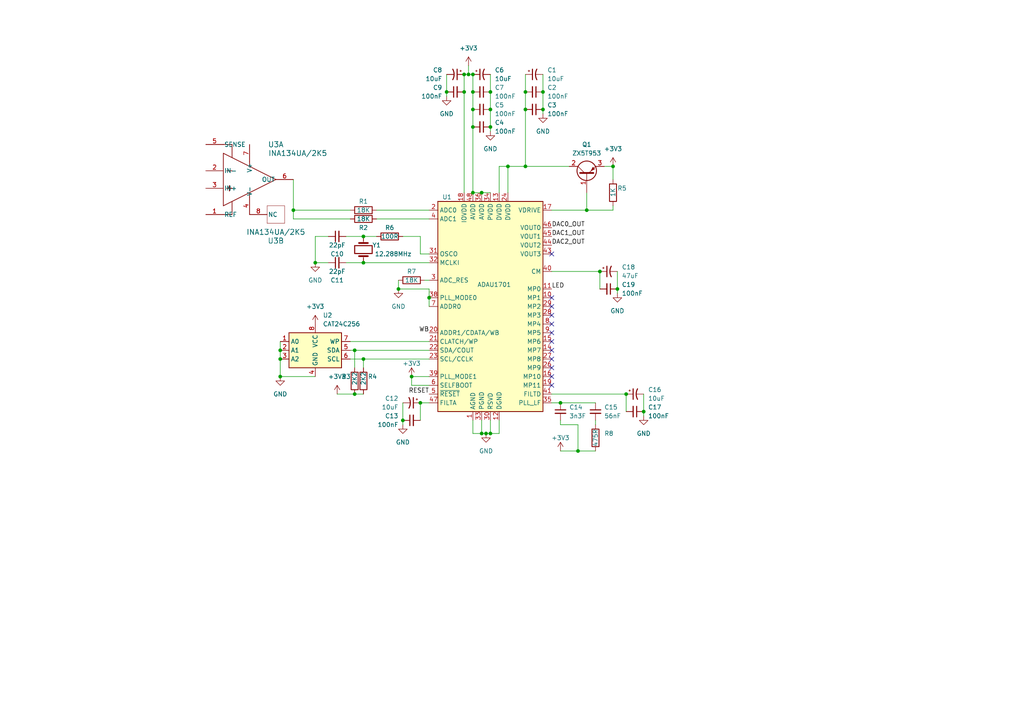
<source format=kicad_sch>
(kicad_sch (version 20230121) (generator eeschema)
  (paper "A4")
  (lib_symbols
    (symbol "DSP_AnalogDevices:ADAU1701"
      (property "Reference" "U1" (at -13.97 31.75 0))
      (property "Value" "ADAU1701" (at -3.81 6.35 0))
      (symbol "ADAU1701_0_1"
        (rectangle (start -15.24 30.48) (end 15.24 -30.48) (stroke (width 0.254)) (fill (type background)))
      )
      (symbol "ADAU1701_1_1"
        (pin power_in line (at -5.08 -33.02 90) (length 2.54) (name "AGND") (number "1"))
        (pin bidirectional line (at 17.78 2.54 180) (length 2.54) (name "MP1") (number "10"))
        (pin bidirectional line (at 17.78 5.08 180) (length 2.54) (name "MP0") (number "11"))
        (pin power_in line (at 2.54 -33.02 90) (length 2.54) (name "DGND") (number "12"))
        (pin power_in line (at 2.54 33.02 270) (length 2.54) (name "DVDD") (number "13"))
        (pin bidirectional line (at 17.78 -12.7 180) (length 2.54) (name "MP7") (number "14"))
        (pin bidirectional line (at 17.78 -10.16 180) (length 2.54) (name "MP6") (number "15"))
        (pin bidirectional line (at 17.78 -20.32 180) (length 2.54) (name "MP10") (number "16"))
        (pin output line (at 17.78 27.94 180) (length 2.54) (name "VDRIVE") (number "17"))
        (pin power_in line (at -7.62 33.02 270) (length 2.54) (name "IOVDD") (number "18"))
        (pin bidirectional line (at 17.78 -22.86 180) (length 2.54) (name "MP11") (number "19"))
        (pin input line (at -17.78 27.94 0) (length 2.54) (name "ADC0") (number "2"))
        (pin input line (at -17.78 -7.62 0) (length 2.54) (name "ADDR1/CDATA/WB") (number "20"))
        (pin bidirectional line (at -17.78 -10.16 0) (length 2.54) (name "CLATCH/WP") (number "21"))
        (pin bidirectional line (at -17.78 -12.7 0) (length 2.54) (name "SDA/COUT") (number "22"))
        (pin bidirectional line (at -17.78 -15.24 0) (length 2.54) (name "SCL/CCLK") (number "23"))
        (pin passive line (at 2.54 33.02 270) (length 2.54) hide (name "DVDD") (number "24"))
        (pin power_in line (at 5.08 33.02 270) (length 2.54) (name "DVDD") (number "24"))
        (pin passive line (at 2.54 -33.02 90) (length 2.54) hide (name "DGND") (number "25"))
        (pin bidirectional line (at 17.78 -17.78 180) (length 2.54) (name "MP9") (number "26"))
        (pin bidirectional line (at 17.78 -15.24 180) (length 2.54) (name "MP8") (number "27"))
        (pin bidirectional line (at 17.78 -2.54 180) (length 2.54) (name "MP3") (number "28"))
        (pin bidirectional line (at 17.78 0 180) (length 2.54) (name "MP2") (number "29"))
        (pin passive line (at -17.78 7.62 0) (length 2.54) (name "ADC_RES") (number "3"))
        (pin passive line (at 0 -33.02 90) (length 2.54) (name "RSVD") (number "30"))
        (pin passive line (at -17.78 15.24 0) (length 2.54) (name "OSCO") (number "31"))
        (pin passive line (at -17.78 12.7 0) (length 2.54) (name "MCLKI") (number "32"))
        (pin power_in line (at -2.54 -33.02 90) (length 2.54) (name "PGND") (number "33"))
        (pin power_in line (at 0 33.02 270) (length 2.54) (name "PVDD") (number "34"))
        (pin passive line (at 17.78 -27.94 180) (length 2.54) (name "PLL_LF") (number "35"))
        (pin power_in line (at -2.54 33.02 270) (length 2.54) (name "AVDD") (number "36"))
        (pin passive line (at -5.08 -33.02 90) (length 2.54) hide (name "AGND") (number "37"))
        (pin input line (at -17.78 2.54 0) (length 2.54) (name "PLL_MODE0") (number "38"))
        (pin input line (at -17.78 -20.32 0) (length 2.54) (name "PLL_MODE1") (number "39"))
        (pin input line (at -17.78 25.4 0) (length 2.54) (name "ADC1") (number "4"))
        (pin output line (at 17.78 10.16 180) (length 2.54) (name "CM") (number "40"))
        (pin output line (at 17.78 -25.4 180) (length 2.54) (name "FILTD") (number "41"))
        (pin passive line (at -5.08 -33.02 90) (length 2.54) hide (name "AGND") (number "42"))
        (pin output line (at 17.78 15.24 180) (length 2.54) (name "VOUT3") (number "43"))
        (pin output line (at 17.78 17.78 180) (length 2.54) (name "VOUT2") (number "44"))
        (pin output line (at 17.78 20.32 180) (length 2.54) (name "VOUT1") (number "45"))
        (pin output line (at 17.78 22.86 180) (length 2.54) (name "VOUT0") (number "46"))
        (pin output line (at -17.78 -27.94 0) (length 2.54) (name "FILTA") (number "47"))
        (pin power_in line (at -5.08 33.02 270) (length 2.54) (name "AVDD") (number "48"))
        (pin passive line (at -2.54 33.02 270) (length 2.54) hide (name "AVDD") (number "48"))
        (pin input line (at -17.78 -25.4 0) (length 2.54) (name "~{RESET}") (number "5"))
        (pin input line (at -17.78 -22.86 0) (length 2.54) (name "SELFBOOT") (number "6"))
        (pin input line (at -17.78 0 0) (length 2.54) (name "ADDR0") (number "7"))
        (pin bidirectional line (at 17.78 -5.08 180) (length 2.54) (name "MP4") (number "8"))
        (pin bidirectional line (at 17.78 -7.62 180) (length 2.54) (name "MP5") (number "9"))
      )
    )
    (symbol "Device:C_Polarized_Small_US" (pin_numbers hide) (pin_names (offset 0.254) hide)
      (property "Reference" "C" (at 0.254 1.778 0))
      (property "Value" "C_Polarized_Small_US" (at 0.254 -2.032 0))
      (symbol "C_Polarized_Small_US_0_1"
        (polyline (pts (xy -1.524 0.508) (xy 1.524 0.508)) (stroke (width 0.3048)))
        (polyline (pts (xy -1.27 1.524) (xy -0.762 1.524)))
        (polyline (pts (xy -1.016 1.27) (xy -1.016 1.778)))
        (arc (start 1.524 -0.762) (mid 0 -0.3734) (end -1.524 -0.762) (stroke (width 0.3048)))
      )
      (symbol "C_Polarized_Small_US_1_1"
        (pin passive line (at 0 2.54 270) (length 2.032) (name "~") (number "1"))
        (pin passive line (at 0 -2.54 90) (length 2.032) (name "~") (number "2"))
      )
    )
    (symbol "Device:C_Small" (pin_numbers hide) (pin_names (offset 0.254) hide)
      (property "Reference" "C" (at 0.254 1.778 0))
      (property "Value" "C_Small" (at 0.254 -2.032 0))
      (symbol "C_Small_0_1"
        (polyline (pts (xy -1.524 -0.508) (xy 1.524 -0.508)) (stroke (width 0.3302)))
        (polyline (pts (xy -1.524 0.508) (xy 1.524 0.508)) (stroke (width 0.3048)))
      )
      (symbol "C_Small_1_1"
        (pin passive line (at 0 2.54 270) (length 2.032) (name "~") (number "1"))
        (pin passive line (at 0 -2.54 90) (length 2.032) (name "~") (number "2"))
      )
    )
    (symbol "Device:Crystal" (pin_numbers hide) (pin_names (offset 1.016) hide)
      (property "Reference" "Y" (at 0 3.81 0))
      (property "Value" "Crystal" (at 0 -3.81 0))
      (symbol "Crystal_0_1"
        (rectangle (start -1.143 2.54) (end 1.143 -2.54) (stroke (width 0.3048)))
        (polyline (pts (xy -2.54 0) (xy -1.905 0)))
        (polyline (pts (xy -1.905 -1.27) (xy -1.905 1.27)) (stroke (width 0.508)))
        (polyline (pts (xy 1.905 -1.27) (xy 1.905 1.27)) (stroke (width 0.508)))
        (polyline (pts (xy 2.54 0) (xy 1.905 0)))
      )
      (symbol "Crystal_1_1"
        (pin passive line (at -3.81 0 0) (length 1.27) (name "1") (number "1"))
        (pin passive line (at 3.81 0 180) (length 1.27) (name "2") (number "2"))
      )
    )
    (symbol "Device:R" (pin_numbers hide) (pin_names (offset 0))
      (property "Reference" "R" (at 2.032 0 90))
      (property "Value" "R" (at 0 0 90))
      (symbol "R_0_1"
        (rectangle (start -1.016 -2.54) (end 1.016 2.54) (stroke (width 0.254)))
      )
      (symbol "R_1_1"
        (pin passive line (at 0 3.81 270) (length 1.27) (name "~") (number "1"))
        (pin passive line (at 0 -3.81 90) (length 1.27) (name "~") (number "2"))
      )
    )
    (symbol "INA:INA134UA_2K5" (pin_names (offset 0.254))
      (property "Reference" "U" (at 0 2.54 0))
      (property "Value" "INA134UA/2K5" (at 0 0 0))
      (symbol "INA134UA_2K5_1_1"
        (polyline (pts (xy -5.08 -7.62) (xy -5.08 7.62)) (stroke (width 0.2032)))
        (polyline (pts (xy -5.08 7.62) (xy 10.16 0)) (stroke (width 0.2032)))
        (polyline (pts (xy -4.064 -2.54) (xy -2.54 -2.54)) (stroke (width 0.2032)))
        (polyline (pts (xy -4.064 -2.54) (xy -2.54 -2.54)) (stroke (width 0.2032)))
        (polyline (pts (xy -4.064 -2.54) (xy -2.54 -2.54)) (stroke (width 0.2032)))
        (polyline (pts (xy -4.064 2.54) (xy -2.54 2.54)) (stroke (width 0.2032)))
        (polyline (pts (xy -3.302 -3.302) (xy -3.302 -1.778)) (stroke (width 0.2032)))
        (polyline (pts (xy -3.302 -3.302) (xy -3.302 -1.778)) (stroke (width 0.2032)))
        (polyline (pts (xy -3.302 -3.302) (xy -3.302 -1.778)) (stroke (width 0.2032)))
        (polyline (pts (xy -2.54 -10.16) (xy -5.08 -10.16)) (stroke (width 0.2032)))
        (polyline (pts (xy -2.54 -6.35) (xy -2.54 -10.16)) (stroke (width 0.2032)))
        (polyline (pts (xy -2.54 6.35) (xy -2.54 10.16)) (stroke (width 0.2032)))
        (polyline (pts (xy -2.54 10.16) (xy -5.08 10.16)) (stroke (width 0.2032)))
        (polyline (pts (xy 2.54 -5.08) (xy 2.54 -3.81)) (stroke (width 0.2032)))
        (polyline (pts (xy 2.54 5.08) (xy 2.54 3.81)) (stroke (width 0.2032)))
        (polyline (pts (xy 10.16 0) (xy -5.08 -7.62)) (stroke (width 0.2032)))
        (pin input line (at -10.16 -10.16 0) (length 5.08) (name "REF") (number "1"))
        (pin input line (at -10.16 2.54 0) (length 5.08) (name "IN-") (number "2"))
        (pin input line (at -10.16 -2.54 0) (length 5.08) (name "IN+") (number "3"))
        (pin power_in line (at 2.54 -10.16 90) (length 5.08) (name "V-") (number "4"))
        (pin input line (at -10.16 10.16 0) (length 5.08) (name "SENSE") (number "5"))
        (pin output line (at 15.24 0 180) (length 5.08) (name "OUT") (number "6"))
        (pin power_in line (at 2.54 10.16 270) (length 5.08) (name "V+") (number "7"))
      )
      (symbol "INA134UA_2K5_2_1"
        (polyline (pts (xy 0 -5.08) (xy 5.08 -5.08)) (stroke (width 0.1016)))
        (polyline (pts (xy 0 0) (xy 0 -5.08)) (stroke (width 0.1016)))
        (polyline (pts (xy 5.08 -5.08) (xy 5.08 0)) (stroke (width 0.1016)))
        (polyline (pts (xy 5.08 0) (xy 0 0)) (stroke (width 0.1016)))
        (pin unspecified line (at 10.16 -2.54 180) (length 5.08) (name "NC") (number "8"))
      )
    )
    (symbol "Memory_EEPROM:CAT24C256"
      (property "Reference" "U2" (at 2.1941 10.16 0))
      (property "Value" "CAT24C256" (at 2.1941 7.62 0))
      (symbol "CAT24C256_1_1"
        (rectangle (start -7.62 5.08) (end 7.62 -5.08) (stroke (width 0.254)) (fill (type background)))
        (pin input line (at -10.16 2.54 0) (length 2.54) (name "A0") (number "1"))
        (pin input line (at -10.16 0 0) (length 2.54) (name "A1") (number "2"))
        (pin input line (at -10.16 -2.54 0) (length 2.54) (name "A2") (number "3"))
        (pin power_in line (at 0 -7.62 90) (length 2.54) (name "GND") (number "4"))
        (pin bidirectional line (at 10.16 0 180) (length 2.54) (name "SDA") (number "5"))
        (pin input line (at 10.16 -2.54 180) (length 2.54) (name "SCL") (number "6"))
        (pin input line (at 10.16 2.54 180) (length 2.54) (name "WP") (number "7"))
        (pin power_in line (at 0 7.62 270) (length 2.54) (name "VCC") (number "8"))
      )
    )
    (symbol "Transistor_BJT:TIP42C" (pin_names (offset 0) hide)
      (property "Reference" "Q" (at 6.35 1.905 0))
      (property "Value" "TIP42C" (at 6.35 0 0))
      (symbol "TIP42C_0_1"
        (polyline (pts (xy 0.635 0.635) (xy 2.54 2.54)))
        (polyline (pts (xy 0.635 -0.635) (xy 2.54 -2.54) (xy 2.54 -2.54)))
        (polyline (pts (xy 0.635 1.905) (xy 0.635 -1.905) (xy 0.635 -1.905)) (stroke (width 0.508)))
        (polyline (pts (xy 2.286 -1.778) (xy 1.778 -2.286) (xy 1.27 -1.27) (xy 2.286 -1.778) (xy 2.286 -1.778)) (fill (type outline)))
        (circle (center 1.27 0) (radius 2.8194) (stroke (width 0.254)))
      )
      (symbol "TIP42C_1_1"
        (pin input line (at -5.08 0 0) (length 5.715) (name "B") (number "1"))
        (pin passive line (at 2.54 5.08 270) (length 2.54) (name "C") (number "2"))
        (pin passive line (at 2.54 -5.08 90) (length 2.54) (name "E") (number "3"))
      )
    )
    (symbol "power:+3V3" (power) (pin_names (offset 0))
      (property "Value" "+3V3" (at 0 3.556 0))
      (symbol "+3V3_0_1"
        (polyline (pts (xy -0.762 1.27) (xy 0 2.54)))
        (polyline (pts (xy 0 0) (xy 0 2.54)))
        (polyline (pts (xy 0 2.54) (xy 0.762 1.27)))
      )
      (symbol "+3V3_1_1"
        (pin power_in line (at 0 0 90) (length 0) hide (name "+3V3") (number "1"))
      )
    )
    (symbol "power:GND" (power) (pin_names (offset 0))
      (property "Value" "GND" (at 0 -3.81 0))
      (symbol "GND_0_1"
        (polyline (pts (xy 0 0) (xy 0 -1.27) (xy 1.27 -1.27) (xy 0 -2.54) (xy -1.27 -1.27) (xy 0 -1.27)))
      )
      (symbol "GND_1_1"
        (pin power_in line (at 0 0 270) (length 0) hide (name "GND") (number "1"))
      )
    )
  )
  (junction (at 115.57 83.82))
  (junction (at 162.56 116.84))
  (junction (at 121.92 116.84))
  (junction (at 139.7 55.88))
  (junction (at 137.16 55.88))
  (junction (at 147.32 48.26))
  (junction (at 105.41 76.2))
  (junction (at 134.62 26.67))
  (junction (at 177.8 48.26))
  (junction (at 173.99 78.74))
  (junction (at 134.62 21.59))
  (junction (at 105.41 68.58))
  (junction (at 105.41 104.14))
  (junction (at 124.46 86.36))
  (junction (at 157.48 26.67))
  (junction (at 119.38 109.22))
  (junction (at 139.7 125.73))
  (junction (at 85.09 60.96))
  (junction (at 157.48 31.75))
  (junction (at 137.16 36.83))
  (junction (at 81.28 101.6))
  (junction (at 140.97 125.73))
  (junction (at 116.84 121.92))
  (junction (at 81.28 104.14))
  (junction (at 142.24 26.67))
  (junction (at 186.69 119.38))
  (junction (at 181.61 114.3))
  (junction (at 137.16 31.75))
  (junction (at 152.4 48.26))
  (junction (at 102.87 114.3))
  (junction (at 129.54 26.67))
  (junction (at 135.89 21.59))
  (junction (at 179.07 83.82))
  (junction (at 142.24 36.83))
  (junction (at 91.44 76.2))
  (junction (at 137.16 26.67))
  (junction (at 167.64 130.81))
  (junction (at 81.28 109.22))
  (junction (at 102.87 101.6))
  (junction (at 142.24 31.75))
  (junction (at 142.24 125.73))
  (junction (at 152.4 31.75))
  (junction (at 152.4 26.67))
  (junction (at 170.18 60.96))
  (junction (at 137.16 21.59))
  (no_connect (at 160.02 91.44))
  (no_connect (at 160.02 109.22))
  (no_connect (at 160.02 101.6))
  (no_connect (at 160.02 88.9))
  (no_connect (at 160.02 104.14))
  (no_connect (at 160.02 99.06))
  (no_connect (at 160.02 106.68))
  (no_connect (at 160.02 73.66))
  (no_connect (at 160.02 96.52))
  (no_connect (at 160.02 86.36))
  (no_connect (at 160.02 93.98))
  (no_connect (at 160.02 111.76))
  (wire (pts (xy 177.8 59.69) (xy 177.8 60.96)))
  (wire (pts (xy 160.02 78.74) (xy 173.99 78.74)))
  (wire (pts (xy 81.28 101.6) (xy 81.28 104.14)))
  (wire (pts (xy 129.54 26.67) (xy 129.54 27.94)))
  (wire (pts (xy 142.24 121.92) (xy 142.24 125.73)))
  (wire (pts (xy 144.78 121.92) (xy 144.78 125.73)))
  (wire (pts (xy 162.56 130.81) (xy 167.64 130.81)))
  (wire (pts (xy 115.57 81.28) (xy 115.57 83.82)))
  (wire (pts (xy 119.38 109.22) (xy 119.38 111.76)))
  (wire (pts (xy 137.16 36.83) (xy 137.16 55.88)))
  (wire (pts (xy 81.28 99.06) (xy 81.28 101.6)))
  (wire (pts (xy 109.22 63.5) (xy 124.46 63.5)))
  (wire (pts (xy 142.24 26.67) (xy 142.24 31.75)))
  (wire (pts (xy 177.8 48.26) (xy 177.8 52.07)))
  (wire (pts (xy 160.02 116.84) (xy 162.56 116.84)))
  (wire (pts (xy 137.16 125.73) (xy 139.7 125.73)))
  (wire (pts (xy 162.56 123.19) (xy 167.64 123.19)))
  (wire (pts (xy 162.56 121.92) (xy 162.56 123.19)))
  (wire (pts (xy 142.24 31.75) (xy 142.24 36.83)))
  (wire (pts (xy 147.32 48.26) (xy 147.32 55.88)))
  (wire (pts (xy 102.87 114.3) (xy 105.41 114.3)))
  (wire (pts (xy 157.48 26.67) (xy 157.48 21.59)))
  (wire (pts (xy 85.09 52.07) (xy 85.09 60.96)))
  (wire (pts (xy 121.92 116.84) (xy 124.46 116.84)))
  (wire (pts (xy 105.41 68.58) (xy 109.22 68.58)))
  (wire (pts (xy 170.18 55.88) (xy 170.18 60.96)))
  (wire (pts (xy 101.6 99.06) (xy 124.46 99.06)))
  (wire (pts (xy 134.62 26.67) (xy 134.62 21.59)))
  (wire (pts (xy 144.78 48.26) (xy 144.78 55.88)))
  (wire (pts (xy 102.87 101.6) (xy 124.46 101.6)))
  (wire (pts (xy 181.61 119.38) (xy 181.61 114.3)))
  (wire (pts (xy 177.8 60.96) (xy 170.18 60.96)))
  (wire (pts (xy 147.32 48.26) (xy 152.4 48.26)))
  (wire (pts (xy 142.24 26.67) (xy 142.24 21.59)))
  (wire (pts (xy 116.84 121.92) (xy 116.84 116.84)))
  (wire (pts (xy 137.16 31.75) (xy 137.16 36.83)))
  (wire (pts (xy 142.24 125.73) (xy 140.97 125.73)))
  (wire (pts (xy 173.99 83.82) (xy 173.99 78.74)))
  (wire (pts (xy 105.41 76.2) (xy 124.46 76.2)))
  (wire (pts (xy 157.48 31.75) (xy 157.48 33.02)))
  (wire (pts (xy 137.16 55.88) (xy 139.7 55.88)))
  (wire (pts (xy 137.16 121.92) (xy 137.16 125.73)))
  (wire (pts (xy 157.48 26.67) (xy 157.48 31.75)))
  (wire (pts (xy 121.92 121.92) (xy 121.92 116.84)))
  (wire (pts (xy 152.4 31.75) (xy 152.4 48.26)))
  (wire (pts (xy 121.92 68.58) (xy 116.84 68.58)))
  (wire (pts (xy 152.4 48.26) (xy 165.1 48.26)))
  (wire (pts (xy 134.62 26.67) (xy 134.62 55.88)))
  (wire (pts (xy 135.89 19.05) (xy 135.89 21.59)))
  (wire (pts (xy 139.7 55.88) (xy 142.24 55.88)))
  (wire (pts (xy 137.16 26.67) (xy 137.16 21.59)))
  (wire (pts (xy 102.87 101.6) (xy 102.87 106.68)))
  (wire (pts (xy 139.7 125.73) (xy 140.97 125.73)))
  (wire (pts (xy 167.64 123.19) (xy 167.64 130.81)))
  (wire (pts (xy 137.16 26.67) (xy 137.16 31.75)))
  (wire (pts (xy 186.69 119.38) (xy 186.69 120.65)))
  (wire (pts (xy 91.44 76.2) (xy 91.44 68.58)))
  (wire (pts (xy 91.44 68.58) (xy 95.25 68.58)))
  (wire (pts (xy 170.18 60.96) (xy 160.02 60.96)))
  (wire (pts (xy 91.44 109.22) (xy 81.28 109.22)))
  (wire (pts (xy 100.33 76.2) (xy 105.41 76.2)))
  (wire (pts (xy 100.33 68.58) (xy 105.41 68.58)))
  (wire (pts (xy 129.54 26.67) (xy 129.54 21.59)))
  (wire (pts (xy 152.4 26.67) (xy 152.4 21.59)))
  (wire (pts (xy 162.56 116.84) (xy 172.72 116.84)))
  (wire (pts (xy 85.09 60.96) (xy 85.09 63.5)))
  (wire (pts (xy 121.92 73.66) (xy 124.46 73.66)))
  (wire (pts (xy 121.92 68.58) (xy 121.92 73.66)))
  (wire (pts (xy 105.41 104.14) (xy 124.46 104.14)))
  (wire (pts (xy 144.78 125.73) (xy 142.24 125.73)))
  (wire (pts (xy 152.4 26.67) (xy 152.4 31.75)))
  (wire (pts (xy 179.07 83.82) (xy 179.07 85.09)))
  (wire (pts (xy 85.09 63.5) (xy 101.6 63.5)))
  (wire (pts (xy 109.22 60.96) (xy 124.46 60.96)))
  (wire (pts (xy 172.72 121.92) (xy 172.72 123.19)))
  (wire (pts (xy 139.7 121.92) (xy 139.7 125.73)))
  (wire (pts (xy 116.84 121.92) (xy 116.84 123.19)))
  (wire (pts (xy 123.19 81.28) (xy 124.46 81.28)))
  (wire (pts (xy 142.24 36.83) (xy 142.24 38.1)))
  (wire (pts (xy 147.32 48.26) (xy 144.78 48.26)))
  (wire (pts (xy 119.38 109.22) (xy 124.46 109.22)))
  (wire (pts (xy 101.6 104.14) (xy 105.41 104.14)))
  (wire (pts (xy 124.46 86.36) (xy 124.46 88.9)))
  (wire (pts (xy 101.6 101.6) (xy 102.87 101.6)))
  (wire (pts (xy 167.64 130.81) (xy 172.72 130.81)))
  (wire (pts (xy 124.46 83.82) (xy 115.57 83.82)))
  (wire (pts (xy 85.09 60.96) (xy 101.6 60.96)))
  (wire (pts (xy 97.79 114.3) (xy 102.87 114.3)))
  (wire (pts (xy 105.41 104.14) (xy 105.41 106.68)))
  (wire (pts (xy 134.62 21.59) (xy 135.89 21.59)))
  (wire (pts (xy 175.26 48.26) (xy 177.8 48.26)))
  (wire (pts (xy 124.46 111.76) (xy 119.38 111.76)))
  (wire (pts (xy 179.07 83.82) (xy 179.07 78.74)))
  (wire (pts (xy 91.44 76.2) (xy 95.25 76.2)))
  (wire (pts (xy 135.89 21.59) (xy 137.16 21.59)))
  (wire (pts (xy 186.69 119.38) (xy 186.69 114.3)))
  (wire (pts (xy 124.46 86.36) (xy 124.46 83.82)))
  (wire (pts (xy 81.28 104.14) (xy 81.28 109.22)))
  (wire (pts (xy 160.02 114.3) (xy 181.61 114.3)))
  (label "DAC2_OUT" (at 160.02 71.12 0))
  (label "WB" (at 124.46 96.52 180))
  (label "DAC1_OUT" (at 160.02 68.58 0))
  (label "DAC0_OUT" (at 160.02 66.04 0))
  (label "LED" (at 160.02 83.82 0))
  (label "RESET" (at 124.46 114.3 180))
  (symbol (lib_id "power:+3V3") (at 162.56 130.81 0) (unit 1)
    (property "Reference" "#PWR014" (effects hide))
    (property "Value" "+3V3" (at 162.56 127 0))
  )
  (symbol (lib_id "power:GND") (at 91.44 76.2 0) (unit 1)
    (property "Reference" "#PWR09" (effects hide))
    (property "Value" "GND" (at 91.44 81.28 0))
  )
  (symbol (lib_id "power:+3V3") (at 135.89 19.05 0) (unit 1)
    (property "Reference" "#PWR06" (effects hide))
    (property "Value" "+3V3" (at 135.89 13.97 0))
  )
  (symbol (lib_id "Device:Crystal") (at 105.41 72.39 270) (mirror x) (unit 1)
    (property "Reference" "Y1" (at 110.49 71.12 90) (effects (justify right)))
    (property "Value" "12.288MHz" (at 119.38 73.66 90) (effects (justify right)))
  )
  (symbol (lib_id "Device:C_Small") (at 97.79 68.58 90) (mirror x) (unit 1)
    (property "Reference" "C10" (at 97.79 73.66 90))
    (property "Value" "22pF" (at 97.79 71.12 90))
  )
  (symbol (lib_id "Device:C_Small") (at 176.53 83.82 270) (mirror x) (unit 1)
    (property "Reference" "C19" (at 180.34 82.55 90) (effects (justify left)))
    (property "Value" "100nF" (at 180.34 85.09 90) (effects (justify left)))
  )
  (symbol (lib_id "Device:C_Small") (at 154.94 31.75 270) (mirror x) (unit 1)
    (property "Reference" "C3" (at 158.75 30.48 90) (effects (justify left)))
    (property "Value" "100nF" (at 158.75 33.02 90) (effects (justify left)))
  )
  (symbol (lib_id "power:GND") (at 157.48 33.02 0) (mirror y) (unit 1)
    (property "Reference" "#PWR03" (effects hide))
    (property "Value" "GND" (at 157.48 38.1 0))
  )
  (symbol (lib_id "power:GND") (at 81.28 109.22 0) (mirror y) (unit 1)
    (property "Reference" "#PWR01" (effects hide))
    (property "Value" "GND" (at 81.28 114.3 0))
  )
  (symbol (lib_id "power:GND") (at 115.57 83.82 0) (unit 1)
    (property "Reference" "#PWR010" (effects hide))
    (property "Value" "GND" (at 115.57 88.9 0))
  )
  (symbol (lib_id "Device:R") (at 105.41 63.5 270) (unit 1)
    (property "Reference" "R2" (at 105.41 66.04 90))
    (property "Value" "18K" (at 105.41 63.5 90))
  )
  (symbol (lib_id "power:GND") (at 179.07 85.09 0) (mirror y) (unit 1)
    (property "Reference" "#PWR016" (effects hide))
    (property "Value" "GND" (at 179.07 90.17 0))
  )
  (symbol (lib_id "Device:R") (at 113.03 68.58 90) (unit 1)
    (property "Reference" "R6" (at 113.03 66.04 90))
    (property "Value" "100R" (at 113.03 68.58 90))
  )
  (symbol (lib_id "Device:R") (at 172.72 127 0) (unit 1)
    (property "Reference" "R8" (at 175.26 125.73 0) (effects (justify left)))
    (property "Value" "475R" (at 172.72 129.54 90) (effects (justify left)))
  )
  (symbol (lib_id "Device:C_Small") (at 97.79 76.2 90) (mirror x) (unit 1)
    (property "Reference" "C11" (at 97.79 81.28 90))
    (property "Value" "22pF" (at 97.79 78.74 90))
  )
  (symbol (lib_id "power:+3V3") (at 177.8 48.26 0) (unit 1)
    (property "Reference" "#PWR02" (effects hide))
    (property "Value" "+3V3" (at 177.8 43.18 0))
  )
  (symbol (lib_id "power:GND") (at 142.24 38.1 0) (mirror y) (unit 1)
    (property "Reference" "#PWR04" (effects hide))
    (property "Value" "GND" (at 142.24 43.18 0))
  )
  (symbol (lib_id "DSP_AnalogDevices:ADAU1701") (at 142.24 88.9 0) (unit 1)
    (property "Reference" "U1" (at 128.27 57.15 0) (effects (justify left)))
    (property "Value" "ADAU1701" (at 138.43 82.55 0) (effects (justify left)))
    (property "Footprint" "Package_QFP:LQFP-48_7x7mm_P0.5mm" (effects hide))
    (property "Datasheet" "https://www.analog.com/media/en/technical-documentation/data-sheets/ADAU1701.pdf" (effects hide))
  )
  (symbol (lib_id "INA:INA134UA_2K5") (at 69.85 52.07 0) (unit 1)
    (property "Reference" "U3" (at 80.01 41.91 0) (effects (font (size 1.524 1.524))))
    (property "Value" "INA134UA/2K5" (at 86.36 44.45 0) (effects (font (size 1.524 1.524))))
    (property "Footprint" "D0008A_N" (effects hide))
    (property "Datasheet" "INA134UA/2K5" (effects hide))
  )
  (symbol (lib_id "Device:C_Polarized_Small_US") (at 176.53 78.74 90) (mirror x) (unit 1)
    (property "Reference" "C18" (at 180.34 77.47 90) (effects (justify right)))
    (property "Value" "47uF" (at 180.34 80.01 90) (effects (justify right)))
  )
  (symbol (lib_id "Device:C_Small") (at 132.08 26.67 90) (unit 1)
    (property "Reference" "C9" (at 128.27 25.4 90) (effects (justify left)))
    (property "Value" "100nF" (at 128.27 27.94 90) (effects (justify left)))
  )
  (symbol (lib_id "Memory_EEPROM:CAT24C256") (at 91.44 101.6 0) (unit 1)
    (property "Reference" "U2" (at 93.6341 91.44 0) (effects (justify left)))
    (property "Value" "CAT24C256" (at 93.6341 93.98 0) (effects (justify left)))
    (property "Datasheet" "https://www.onsemi.cn/PowerSolutions/document/CAT24C256-D.PDF" (effects hide))
  )
  (symbol (lib_id "Device:C_Small") (at 139.7 26.67 270) (mirror x) (unit 1)
    (property "Reference" "C7" (at 143.51 25.4 90) (effects (justify left)))
    (property "Value" "100nF" (at 143.51 27.94 90) (effects (justify left)))
  )
  (symbol (lib_id "Transistor_BJT:TIP42C") (at 170.18 50.8 90) (unit 1)
    (property "Reference" "Q1" (at 170.18 41.91 90))
    (property "Value" "ZX5T953" (at 170.18 44.45 90))
    (property "Footprint" "Package_TO_SOT_THT:TO-220-3_Vertical" (effects hide))
    (property "Datasheet" "https://www.centralsemi.com/get_document.php?cmp=1&mergetype=pd&mergepath=pd&pdf_id=TIP42.PDF" (effects hide))
  )
  (symbol (lib_id "power:+3V3") (at 119.38 109.22 0) (unit 1)
    (property "Reference" "#PWR011" (effects hide))
    (property "Value" "+3V3" (at 119.38 105.41 0))
  )
  (symbol (lib_id "Device:C_Polarized_Small_US") (at 139.7 21.59 90) (mirror x) (unit 1)
    (property "Reference" "C6" (at 143.51 20.32 90) (effects (justify right)))
    (property "Value" "10uF" (at 143.51 22.86 90) (effects (justify right)))
  )
  (symbol (lib_id "power:GND") (at 116.84 123.19 0) (unit 1)
    (property "Reference" "#PWR013" (effects hide))
    (property "Value" "GND" (at 116.84 128.27 0))
  )
  (symbol (lib_id "power:GND") (at 186.69 120.65 0) (mirror y) (unit 1)
    (property "Reference" "#PWR015" (effects hide))
    (property "Value" "GND" (at 186.69 125.73 0))
  )
  (symbol (lib_id "Device:C_Polarized_Small_US") (at 184.15 114.3 90) (mirror x) (unit 1)
    (property "Reference" "C16" (at 187.96 113.03 90) (effects (justify right)))
    (property "Value" "10uF" (at 187.96 115.57 90) (effects (justify right)))
  )
  (symbol (lib_id "Device:C_Polarized_Small_US") (at 154.94 21.59 90) (mirror x) (unit 1)
    (property "Reference" "C1" (at 158.75 20.32 90) (effects (justify right)))
    (property "Value" "10uF" (at 158.75 22.86 90) (effects (justify right)))
  )
  (symbol (lib_id "Device:C_Small") (at 172.72 119.38 0) (unit 1)
    (property "Reference" "C15" (at 175.26 118.1163 0) (effects (justify left)))
    (property "Value" "56nF" (at 175.26 120.6563 0) (effects (justify left)))
  )
  (symbol (lib_id "Device:C_Small") (at 154.94 26.67 270) (mirror x) (unit 1)
    (property "Reference" "C2" (at 158.75 25.4 90) (effects (justify left)))
    (property "Value" "100nF" (at 158.75 27.94 90) (effects (justify left)))
  )
  (symbol (lib_id "Device:C_Small") (at 139.7 36.83 270) (mirror x) (unit 1)
    (property "Reference" "C4" (at 143.51 35.56 90) (effects (justify left)))
    (property "Value" "100nF" (at 143.51 38.1 90) (effects (justify left)))
  )
  (symbol (lib_id "power:+3V3") (at 91.44 93.98 0) (unit 1)
    (property "Reference" "#PWR08" (effects hide))
    (property "Value" "+3V3" (at 91.44 88.9 0))
  )
  (symbol (lib_id "power:+3V3") (at 97.79 114.3 0) (unit 1)
    (property "Reference" "#PWR07" (effects hide))
    (property "Value" "+3V3" (at 97.79 109.22 0))
  )
  (symbol (lib_id "INA:INA134UA_2K5") (at 82.55 64.77 180) (unit 2)
    (property "Reference" "U3" (at 80.01 69.85 0) (effects (font (size 1.524 1.524))))
    (property "Value" "INA134UA/2K5" (at 80.01 67.31 0) (effects (font (size 1.524 1.524))))
    (property "Footprint" "D0008A_N" (effects hide))
    (property "Datasheet" "INA134UA/2K5" (effects hide))
  )
  (symbol (lib_id "power:GND") (at 140.97 125.73 0) (unit 1)
    (property "Reference" "#PWR012" (effects hide))
    (property "Value" "GND" (at 140.97 130.81 0))
  )
  (symbol (lib_id "Device:C_Small") (at 139.7 31.75 270) (mirror x) (unit 1)
    (property "Reference" "C5" (at 143.51 30.48 90) (effects (justify left)))
    (property "Value" "100nF" (at 143.51 33.02 90) (effects (justify left)))
  )
  (symbol (lib_id "Device:R") (at 119.38 81.28 90) (unit 1)
    (property "Reference" "R7" (at 119.38 78.74 90))
    (property "Value" "18K" (at 119.38 81.28 90))
  )
  (symbol (lib_id "Device:C_Small") (at 162.56 119.38 0) (unit 1)
    (property "Reference" "C14" (at 165.1 118.1163 0) (effects (justify left)))
    (property "Value" "3n3F" (at 165.1 120.6563 0) (effects (justify left)))
  )
  (symbol (lib_id "Device:C_Polarized_Small_US") (at 119.38 116.84 270) (unit 1)
    (property "Reference" "C12" (at 115.57 115.57 90) (effects (justify right)))
    (property "Value" "10uF" (at 115.57 118.11 90) (effects (justify right)))
  )
  (symbol (lib_id "Device:C_Polarized_Small_US") (at 132.08 21.59 270) (unit 1)
    (property "Reference" "C8" (at 128.27 20.32 90) (effects (justify right)))
    (property "Value" "10uF" (at 128.27 22.86 90) (effects (justify right)))
  )
  (symbol (lib_id "Device:R") (at 177.8 55.88 0) (unit 1)
    (property "Reference" "R5" (at 179.07 54.61 0) (effects (justify left)))
    (property "Value" "1K" (at 177.8 57.15 90) (effects (justify left)))
  )
  (symbol (lib_id "Device:C_Small") (at 184.15 119.38 270) (mirror x) (unit 1)
    (property "Reference" "C17" (at 187.96 118.11 90) (effects (justify left)))
    (property "Value" "100nF" (at 187.96 120.65 90) (effects (justify left)))
  )
  (symbol (lib_id "Device:R") (at 105.41 110.49 0) (unit 1)
    (property "Reference" "R4" (at 106.68 109.22 0) (effects (justify left)))
    (property "Value" "2K2" (at 105.41 111.76 90) (effects (justify left)))
  )
  (symbol (lib_id "Device:C_Small") (at 119.38 121.92 90) (unit 1)
    (property "Reference" "C13" (at 115.57 120.65 90) (effects (justify left)))
    (property "Value" "100nF" (at 115.57 123.19 90) (effects (justify left)))
  )
  (symbol (lib_id "Device:R") (at 105.41 60.96 90) (unit 1)
    (property "Reference" "R1" (at 105.41 58.42 90))
    (property "Value" "18K" (at 105.41 60.96 90))
  )
  (symbol (lib_id "Device:R") (at 102.87 110.49 0) (unit 1)
    (property "Reference" "R3" (at 99.06 109.22 0) (effects (justify left)))
    (property "Value" "2K2" (at 102.87 111.76 90) (effects (justify left)))
  )
  (symbol (lib_id "power:GND") (at 129.54 27.94 0) (unit 1)
    (property "Reference" "#PWR05" (effects hide))
    (property "Value" "GND" (at 129.54 33.02 0))
  )
)
</source>
